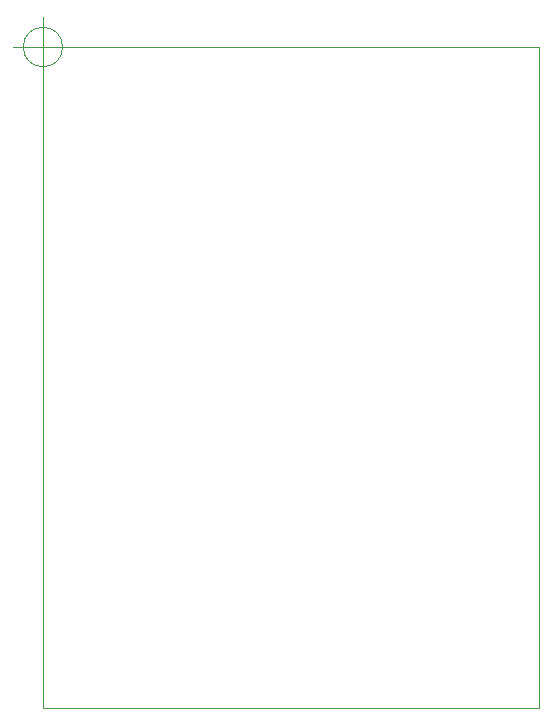
<source format=gbr>
%TF.GenerationSoftware,KiCad,Pcbnew,5.1.6-c6e7f7d~87~ubuntu20.04.1*%
%TF.CreationDate,2020-09-21T11:46:00+02:00*%
%TF.ProjectId,bias-t-injector-smd,62696173-2d74-42d6-996e-6a6563746f72,rev?*%
%TF.SameCoordinates,Original*%
%TF.FileFunction,Profile,NP*%
%FSLAX46Y46*%
G04 Gerber Fmt 4.6, Leading zero omitted, Abs format (unit mm)*
G04 Created by KiCad (PCBNEW 5.1.6-c6e7f7d~87~ubuntu20.04.1) date 2020-09-21 11:46:00*
%MOMM*%
%LPD*%
G01*
G04 APERTURE LIST*
%TA.AperFunction,Profile*%
%ADD10C,0.050000*%
%TD*%
G04 APERTURE END LIST*
D10*
X38666666Y-19000000D02*
G75*
G03*
X38666666Y-19000000I-1666666J0D01*
G01*
X34500000Y-19000000D02*
X39500000Y-19000000D01*
X37000000Y-16500000D02*
X37000000Y-21500000D01*
X37000000Y-19000000D02*
X79000000Y-19000000D01*
X37000000Y-19000000D02*
X37000000Y-75000000D01*
X79000000Y-75000000D02*
X37000000Y-75000000D01*
X79000000Y-19000000D02*
X79000000Y-75000000D01*
M02*

</source>
